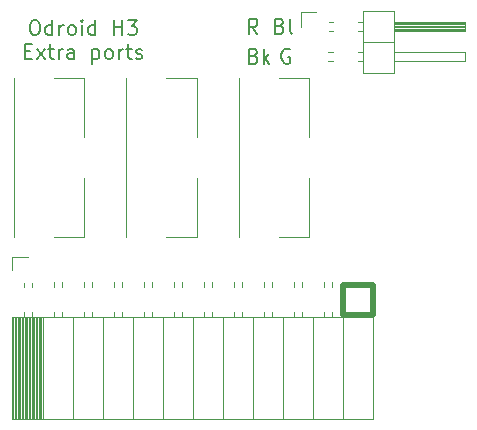
<source format=gbr>
%TF.GenerationSoftware,KiCad,Pcbnew,(6.0.9)*%
%TF.CreationDate,2022-12-12T20:16:16+01:00*%
%TF.ProjectId,h3_extra_ports,68335f65-7874-4726-915f-706f7274732e,rev?*%
%TF.SameCoordinates,Original*%
%TF.FileFunction,Legend,Top*%
%TF.FilePolarity,Positive*%
%FSLAX46Y46*%
G04 Gerber Fmt 4.6, Leading zero omitted, Abs format (unit mm)*
G04 Created by KiCad (PCBNEW (6.0.9)) date 2022-12-12 20:16:16*
%MOMM*%
%LPD*%
G01*
G04 APERTURE LIST*
%ADD10C,0.500000*%
%ADD11C,0.200000*%
%ADD12C,0.120000*%
G04 APERTURE END LIST*
D10*
X184150000Y-72390000D02*
X186750000Y-72390000D01*
X186750000Y-72390000D02*
X186750000Y-74930000D01*
X186750000Y-74930000D02*
X184150000Y-74930000D01*
X184150000Y-74930000D02*
X184150000Y-72390000D01*
D11*
X178831904Y-50456714D02*
X179010476Y-50516238D01*
X179070000Y-50575761D01*
X179129523Y-50694809D01*
X179129523Y-50873380D01*
X179070000Y-50992428D01*
X179010476Y-51051952D01*
X178891428Y-51111476D01*
X178415238Y-51111476D01*
X178415238Y-49861476D01*
X178831904Y-49861476D01*
X178950952Y-49921000D01*
X179010476Y-49980523D01*
X179070000Y-50099571D01*
X179070000Y-50218619D01*
X179010476Y-50337666D01*
X178950952Y-50397190D01*
X178831904Y-50456714D01*
X178415238Y-50456714D01*
X179843809Y-51111476D02*
X179724761Y-51051952D01*
X179665238Y-50932904D01*
X179665238Y-49861476D01*
X179651380Y-52461000D02*
X179532333Y-52401476D01*
X179353761Y-52401476D01*
X179175190Y-52461000D01*
X179056142Y-52580047D01*
X178996619Y-52699095D01*
X178937095Y-52937190D01*
X178937095Y-53115761D01*
X178996619Y-53353857D01*
X179056142Y-53472904D01*
X179175190Y-53591952D01*
X179353761Y-53651476D01*
X179472809Y-53651476D01*
X179651380Y-53591952D01*
X179710904Y-53532428D01*
X179710904Y-53115761D01*
X179472809Y-53115761D01*
X176916904Y-51111476D02*
X176500238Y-50516238D01*
X176202619Y-51111476D02*
X176202619Y-49861476D01*
X176678809Y-49861476D01*
X176797857Y-49921000D01*
X176857380Y-49980523D01*
X176916904Y-50099571D01*
X176916904Y-50278142D01*
X176857380Y-50397190D01*
X176797857Y-50456714D01*
X176678809Y-50516238D01*
X176202619Y-50516238D01*
X157952809Y-49998226D02*
X158190904Y-49998226D01*
X158309952Y-50057750D01*
X158429000Y-50176797D01*
X158488523Y-50414892D01*
X158488523Y-50831559D01*
X158429000Y-51069654D01*
X158309952Y-51188702D01*
X158190904Y-51248226D01*
X157952809Y-51248226D01*
X157833761Y-51188702D01*
X157714714Y-51069654D01*
X157655190Y-50831559D01*
X157655190Y-50414892D01*
X157714714Y-50176797D01*
X157833761Y-50057750D01*
X157952809Y-49998226D01*
X159559952Y-51248226D02*
X159559952Y-49998226D01*
X159559952Y-51188702D02*
X159440904Y-51248226D01*
X159202809Y-51248226D01*
X159083761Y-51188702D01*
X159024238Y-51129178D01*
X158964714Y-51010130D01*
X158964714Y-50652988D01*
X159024238Y-50533940D01*
X159083761Y-50474416D01*
X159202809Y-50414892D01*
X159440904Y-50414892D01*
X159559952Y-50474416D01*
X160155190Y-51248226D02*
X160155190Y-50414892D01*
X160155190Y-50652988D02*
X160214714Y-50533940D01*
X160274238Y-50474416D01*
X160393285Y-50414892D01*
X160512333Y-50414892D01*
X161107571Y-51248226D02*
X160988523Y-51188702D01*
X160929000Y-51129178D01*
X160869476Y-51010130D01*
X160869476Y-50652988D01*
X160929000Y-50533940D01*
X160988523Y-50474416D01*
X161107571Y-50414892D01*
X161286142Y-50414892D01*
X161405190Y-50474416D01*
X161464714Y-50533940D01*
X161524238Y-50652988D01*
X161524238Y-51010130D01*
X161464714Y-51129178D01*
X161405190Y-51188702D01*
X161286142Y-51248226D01*
X161107571Y-51248226D01*
X162059952Y-51248226D02*
X162059952Y-50414892D01*
X162059952Y-49998226D02*
X162000428Y-50057750D01*
X162059952Y-50117273D01*
X162119476Y-50057750D01*
X162059952Y-49998226D01*
X162059952Y-50117273D01*
X163190904Y-51248226D02*
X163190904Y-49998226D01*
X163190904Y-51188702D02*
X163071857Y-51248226D01*
X162833761Y-51248226D01*
X162714714Y-51188702D01*
X162655190Y-51129178D01*
X162595666Y-51010130D01*
X162595666Y-50652988D01*
X162655190Y-50533940D01*
X162714714Y-50474416D01*
X162833761Y-50414892D01*
X163071857Y-50414892D01*
X163190904Y-50474416D01*
X164738523Y-51248226D02*
X164738523Y-49998226D01*
X164738523Y-50593464D02*
X165452809Y-50593464D01*
X165452809Y-51248226D02*
X165452809Y-49998226D01*
X165929000Y-49998226D02*
X166702809Y-49998226D01*
X166286142Y-50474416D01*
X166464714Y-50474416D01*
X166583761Y-50533940D01*
X166643285Y-50593464D01*
X166702809Y-50712511D01*
X166702809Y-51010130D01*
X166643285Y-51129178D01*
X166583761Y-51188702D01*
X166464714Y-51248226D01*
X166107571Y-51248226D01*
X165988523Y-51188702D01*
X165929000Y-51129178D01*
X157238523Y-52605964D02*
X157655190Y-52605964D01*
X157833761Y-53260726D02*
X157238523Y-53260726D01*
X157238523Y-52010726D01*
X157833761Y-52010726D01*
X158250428Y-53260726D02*
X158905190Y-52427392D01*
X158250428Y-52427392D02*
X158905190Y-53260726D01*
X159202809Y-52427392D02*
X159679000Y-52427392D01*
X159381380Y-52010726D02*
X159381380Y-53082154D01*
X159440904Y-53201202D01*
X159559952Y-53260726D01*
X159679000Y-53260726D01*
X160095666Y-53260726D02*
X160095666Y-52427392D01*
X160095666Y-52665488D02*
X160155190Y-52546440D01*
X160214714Y-52486916D01*
X160333761Y-52427392D01*
X160452809Y-52427392D01*
X161405190Y-53260726D02*
X161405190Y-52605964D01*
X161345666Y-52486916D01*
X161226619Y-52427392D01*
X160988523Y-52427392D01*
X160869476Y-52486916D01*
X161405190Y-53201202D02*
X161286142Y-53260726D01*
X160988523Y-53260726D01*
X160869476Y-53201202D01*
X160809952Y-53082154D01*
X160809952Y-52963107D01*
X160869476Y-52844059D01*
X160988523Y-52784535D01*
X161286142Y-52784535D01*
X161405190Y-52725011D01*
X162952809Y-52427392D02*
X162952809Y-53677392D01*
X162952809Y-52486916D02*
X163071857Y-52427392D01*
X163309952Y-52427392D01*
X163429000Y-52486916D01*
X163488523Y-52546440D01*
X163548047Y-52665488D01*
X163548047Y-53022630D01*
X163488523Y-53141678D01*
X163429000Y-53201202D01*
X163309952Y-53260726D01*
X163071857Y-53260726D01*
X162952809Y-53201202D01*
X164262333Y-53260726D02*
X164143285Y-53201202D01*
X164083761Y-53141678D01*
X164024238Y-53022630D01*
X164024238Y-52665488D01*
X164083761Y-52546440D01*
X164143285Y-52486916D01*
X164262333Y-52427392D01*
X164440904Y-52427392D01*
X164559952Y-52486916D01*
X164619476Y-52546440D01*
X164679000Y-52665488D01*
X164679000Y-53022630D01*
X164619476Y-53141678D01*
X164559952Y-53201202D01*
X164440904Y-53260726D01*
X164262333Y-53260726D01*
X165214714Y-53260726D02*
X165214714Y-52427392D01*
X165214714Y-52665488D02*
X165274238Y-52546440D01*
X165333761Y-52486916D01*
X165452809Y-52427392D01*
X165571857Y-52427392D01*
X165809952Y-52427392D02*
X166286142Y-52427392D01*
X165988523Y-52010726D02*
X165988523Y-53082154D01*
X166048047Y-53201202D01*
X166167095Y-53260726D01*
X166286142Y-53260726D01*
X166643285Y-53201202D02*
X166762333Y-53260726D01*
X167000428Y-53260726D01*
X167119476Y-53201202D01*
X167179000Y-53082154D01*
X167179000Y-53022630D01*
X167119476Y-52903583D01*
X167000428Y-52844059D01*
X166821857Y-52844059D01*
X166702809Y-52784535D01*
X166643285Y-52665488D01*
X166643285Y-52605964D01*
X166702809Y-52486916D01*
X166821857Y-52427392D01*
X167000428Y-52427392D01*
X167119476Y-52486916D01*
X176621333Y-52996714D02*
X176799904Y-53056238D01*
X176859428Y-53115761D01*
X176918952Y-53234809D01*
X176918952Y-53413380D01*
X176859428Y-53532428D01*
X176799904Y-53591952D01*
X176680857Y-53651476D01*
X176204666Y-53651476D01*
X176204666Y-52401476D01*
X176621333Y-52401476D01*
X176740380Y-52461000D01*
X176799904Y-52520523D01*
X176859428Y-52639571D01*
X176859428Y-52758619D01*
X176799904Y-52877666D01*
X176740380Y-52937190D01*
X176621333Y-52996714D01*
X176204666Y-52996714D01*
X177454666Y-53651476D02*
X177454666Y-52401476D01*
X177573714Y-53175285D02*
X177930857Y-53651476D01*
X177930857Y-52818142D02*
X177454666Y-53294333D01*
D12*
%TO.C,J2*%
X162281000Y-68295000D02*
X162281000Y-63345000D01*
X156281000Y-68295000D02*
X156281000Y-54895000D01*
X162281000Y-54895000D02*
X162281000Y-59845000D01*
X162281000Y-54895000D02*
X159681000Y-54895000D01*
X162281000Y-68295000D02*
X159681000Y-68295000D01*
%TO.C,J1*%
X171806000Y-68295000D02*
X171806000Y-63345000D01*
X171806000Y-54895000D02*
X169206000Y-54895000D01*
X165806000Y-68295000D02*
X165806000Y-54895000D01*
X171806000Y-54895000D02*
X171806000Y-59845000D01*
X171806000Y-68295000D02*
X169206000Y-68295000D01*
%TO.C,J4*%
X188504000Y-50161000D02*
X194504000Y-50161000D01*
X185446929Y-53461000D02*
X185844000Y-53461000D01*
X188504000Y-50461000D02*
X194504000Y-50461000D01*
X188504000Y-50341000D02*
X194504000Y-50341000D01*
X185844000Y-49211000D02*
X185844000Y-54411000D01*
X188504000Y-52701000D02*
X194504000Y-52701000D01*
X188504000Y-50701000D02*
X194504000Y-50701000D01*
X194504000Y-53461000D02*
X188504000Y-53461000D01*
X185844000Y-51811000D02*
X188504000Y-51811000D01*
X188504000Y-49211000D02*
X185844000Y-49211000D01*
X182974000Y-50921000D02*
X183361071Y-50921000D01*
X188504000Y-54411000D02*
X188504000Y-49211000D01*
X194504000Y-52701000D02*
X194504000Y-53461000D01*
X185446929Y-52701000D02*
X185844000Y-52701000D01*
X180594000Y-49271000D02*
X181864000Y-49271000D01*
X182906929Y-53461000D02*
X183361071Y-53461000D01*
X188504000Y-50581000D02*
X194504000Y-50581000D01*
X185844000Y-54411000D02*
X188504000Y-54411000D01*
X180594000Y-50541000D02*
X180594000Y-49271000D01*
X194504000Y-50921000D02*
X188504000Y-50921000D01*
X188504000Y-50221000D02*
X194504000Y-50221000D01*
X182974000Y-50161000D02*
X183361071Y-50161000D01*
X182906929Y-52701000D02*
X183361071Y-52701000D01*
X185446929Y-50921000D02*
X185844000Y-50921000D01*
X194504000Y-50161000D02*
X194504000Y-50921000D01*
X185446929Y-50161000D02*
X185844000Y-50161000D01*
X188504000Y-50821000D02*
X194504000Y-50821000D01*
%TO.C,J3*%
X181331000Y-54895000D02*
X178731000Y-54895000D01*
X175331000Y-68295000D02*
X175331000Y-54895000D01*
X181331000Y-68295000D02*
X181331000Y-63345000D01*
X181331000Y-54895000D02*
X181331000Y-59845000D01*
X181331000Y-68295000D02*
X178731000Y-68295000D01*
%TO.C,J6*%
X159660000Y-72610000D02*
X159660000Y-72170000D01*
X156624285Y-83750000D02*
X156624285Y-75120000D01*
X165460000Y-75120000D02*
X165460000Y-74710000D01*
X179980000Y-72610000D02*
X179980000Y-72170000D01*
X158277615Y-83750000D02*
X158277615Y-75120000D01*
X157840000Y-75120000D02*
X157840000Y-74710000D01*
X162920000Y-75120000D02*
X162920000Y-74710000D01*
X178160000Y-72610000D02*
X178160000Y-72170000D01*
X158750000Y-83750000D02*
X158750000Y-75120000D01*
X183240000Y-72610000D02*
X183240000Y-72170000D01*
X168000000Y-72610000D02*
X168000000Y-72170000D01*
X156388095Y-83750000D02*
X156388095Y-75120000D01*
X157923330Y-83750000D02*
X157923330Y-75120000D01*
X185780000Y-72610000D02*
X185780000Y-72170000D01*
X173080000Y-75120000D02*
X173080000Y-74710000D01*
X156150000Y-70010000D02*
X157480000Y-70010000D01*
X161290000Y-83750000D02*
X161290000Y-75120000D01*
X156150000Y-71120000D02*
X156150000Y-70010000D01*
X174900000Y-75120000D02*
X174900000Y-74710000D01*
X156150000Y-75120000D02*
X186750000Y-75120000D01*
X169820000Y-72610000D02*
X169820000Y-72170000D01*
X157569045Y-83750000D02*
X157569045Y-75120000D01*
X157214760Y-83750000D02*
X157214760Y-75120000D01*
X158159520Y-83750000D02*
X158159520Y-75120000D01*
X180700000Y-75120000D02*
X180700000Y-74710000D01*
X157120000Y-72610000D02*
X157120000Y-72230000D01*
X168000000Y-75120000D02*
X168000000Y-74710000D01*
X156150000Y-83750000D02*
X156150000Y-75120000D01*
X170540000Y-72610000D02*
X170540000Y-72170000D01*
X156270000Y-83750000D02*
X156270000Y-75120000D01*
X157840000Y-72610000D02*
X157840000Y-72230000D01*
X182520000Y-75120000D02*
X182520000Y-74710000D01*
X178160000Y-75120000D02*
X178160000Y-74710000D01*
X185060000Y-75120000D02*
X185060000Y-74710000D01*
X185780000Y-75120000D02*
X185780000Y-74710000D01*
X175620000Y-72610000D02*
X175620000Y-72170000D01*
X164740000Y-72610000D02*
X164740000Y-72170000D01*
X165460000Y-72610000D02*
X165460000Y-72170000D01*
X182520000Y-72610000D02*
X182520000Y-72170000D01*
X175620000Y-75120000D02*
X175620000Y-74710000D01*
X157120000Y-75120000D02*
X157120000Y-74710000D01*
X183240000Y-75120000D02*
X183240000Y-74710000D01*
X156978570Y-83750000D02*
X156978570Y-75120000D01*
X158395710Y-83750000D02*
X158395710Y-75120000D01*
X157450950Y-83750000D02*
X157450950Y-75120000D01*
X174900000Y-72610000D02*
X174900000Y-72170000D01*
X159660000Y-75120000D02*
X159660000Y-74710000D01*
X181610000Y-83750000D02*
X181610000Y-75120000D01*
X167280000Y-75120000D02*
X167280000Y-74710000D01*
X186750000Y-83750000D02*
X186750000Y-75120000D01*
X156506190Y-83750000D02*
X156506190Y-75120000D01*
X172360000Y-72610000D02*
X172360000Y-72170000D01*
X162920000Y-72610000D02*
X162920000Y-72170000D01*
X162200000Y-75120000D02*
X162200000Y-74710000D01*
X156860475Y-83750000D02*
X156860475Y-75120000D01*
X163830000Y-83750000D02*
X163830000Y-75120000D01*
X156150000Y-83750000D02*
X186750000Y-83750000D01*
X160380000Y-75120000D02*
X160380000Y-74710000D01*
X171450000Y-83750000D02*
X171450000Y-75120000D01*
X157805235Y-83750000D02*
X157805235Y-75120000D01*
X170540000Y-75120000D02*
X170540000Y-74710000D01*
X167280000Y-72610000D02*
X167280000Y-72170000D01*
X176530000Y-83750000D02*
X176530000Y-75120000D01*
X166370000Y-83750000D02*
X166370000Y-75120000D01*
X162200000Y-72610000D02*
X162200000Y-72170000D01*
X173080000Y-72610000D02*
X173080000Y-72170000D01*
X168910000Y-83750000D02*
X168910000Y-75120000D01*
X157096665Y-83750000D02*
X157096665Y-75120000D01*
X185060000Y-72610000D02*
X185060000Y-72170000D01*
X172360000Y-75120000D02*
X172360000Y-74710000D01*
X158631900Y-83750000D02*
X158631900Y-75120000D01*
X179980000Y-75120000D02*
X179980000Y-74710000D01*
X169820000Y-75120000D02*
X169820000Y-74710000D01*
X173990000Y-83750000D02*
X173990000Y-75120000D01*
X157332855Y-83750000D02*
X157332855Y-75120000D01*
X164740000Y-75120000D02*
X164740000Y-74710000D01*
X180700000Y-72610000D02*
X180700000Y-72170000D01*
X179070000Y-83750000D02*
X179070000Y-75120000D01*
X184150000Y-83750000D02*
X184150000Y-75120000D01*
X177440000Y-72610000D02*
X177440000Y-72170000D01*
X157687140Y-83750000D02*
X157687140Y-75120000D01*
X156742380Y-83750000D02*
X156742380Y-75120000D01*
X177440000Y-75120000D02*
X177440000Y-74710000D01*
X158513805Y-83750000D02*
X158513805Y-75120000D01*
X160380000Y-72610000D02*
X160380000Y-72170000D01*
X158041425Y-83750000D02*
X158041425Y-75120000D01*
%TD*%
M02*

</source>
